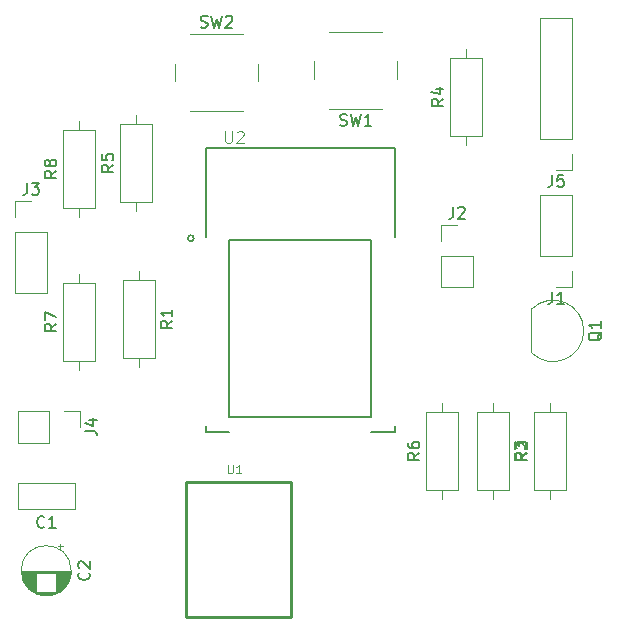
<source format=gbr>
G04 #@! TF.GenerationSoftware,KiCad,Pcbnew,(5.0.1-3-g963ef8bb5)*
G04 #@! TF.CreationDate,2020-03-03T22:19:26-05:00*
G04 #@! TF.ProjectId,NeuMaE,4E65754D61452E6B696361645F706362,rev?*
G04 #@! TF.SameCoordinates,Original*
G04 #@! TF.FileFunction,Legend,Top*
G04 #@! TF.FilePolarity,Positive*
%FSLAX46Y46*%
G04 Gerber Fmt 4.6, Leading zero omitted, Abs format (unit mm)*
G04 Created by KiCad (PCBNEW (5.0.1-3-g963ef8bb5)) date Tuesday, 03 March 2020 at 22:19:26*
%MOMM*%
%LPD*%
G01*
G04 APERTURE LIST*
%ADD10C,0.254000*%
%ADD11C,0.120000*%
%ADD12C,0.127000*%
%ADD13C,0.015000*%
%ADD14C,0.150000*%
G04 APERTURE END LIST*
D10*
G04 #@! TO.C,U1*
X67437000Y-53975000D02*
X67437000Y-65405000D01*
X67437000Y-65405000D02*
X58547000Y-65405000D01*
X58547000Y-65405000D02*
X58547000Y-53975000D01*
X58547000Y-53975000D02*
X67437000Y-53975000D01*
D11*
G04 #@! TO.C,SW1*
X69450000Y-18336000D02*
X69450000Y-19836000D01*
X70700000Y-22336000D02*
X75200000Y-22336000D01*
X76450000Y-19836000D02*
X76450000Y-18336000D01*
X75200000Y-15836000D02*
X70700000Y-15836000D01*
G04 #@! TO.C,C1*
X49176000Y-56238000D02*
X44336000Y-56238000D01*
X49176000Y-53998000D02*
X44336000Y-53998000D01*
X49176000Y-56238000D02*
X49176000Y-53998000D01*
X44336000Y-56238000D02*
X44336000Y-53998000D01*
G04 #@! TO.C,C2*
X48856000Y-61452000D02*
G75*
G03X48856000Y-61452000I-2120000J0D01*
G01*
X48816000Y-61452000D02*
X44656000Y-61452000D01*
X48816000Y-61492000D02*
X44656000Y-61492000D01*
X48815000Y-61532000D02*
X44657000Y-61532000D01*
X48813000Y-61572000D02*
X44659000Y-61572000D01*
X48810000Y-61612000D02*
X44662000Y-61612000D01*
X48807000Y-61652000D02*
X47576000Y-61652000D01*
X45896000Y-61652000D02*
X44665000Y-61652000D01*
X48803000Y-61692000D02*
X47576000Y-61692000D01*
X45896000Y-61692000D02*
X44669000Y-61692000D01*
X48798000Y-61732000D02*
X47576000Y-61732000D01*
X45896000Y-61732000D02*
X44674000Y-61732000D01*
X48792000Y-61772000D02*
X47576000Y-61772000D01*
X45896000Y-61772000D02*
X44680000Y-61772000D01*
X48786000Y-61812000D02*
X47576000Y-61812000D01*
X45896000Y-61812000D02*
X44686000Y-61812000D01*
X48778000Y-61852000D02*
X47576000Y-61852000D01*
X45896000Y-61852000D02*
X44694000Y-61852000D01*
X48770000Y-61892000D02*
X47576000Y-61892000D01*
X45896000Y-61892000D02*
X44702000Y-61892000D01*
X48761000Y-61932000D02*
X47576000Y-61932000D01*
X45896000Y-61932000D02*
X44711000Y-61932000D01*
X48752000Y-61972000D02*
X47576000Y-61972000D01*
X45896000Y-61972000D02*
X44720000Y-61972000D01*
X48741000Y-62012000D02*
X47576000Y-62012000D01*
X45896000Y-62012000D02*
X44731000Y-62012000D01*
X48730000Y-62052000D02*
X47576000Y-62052000D01*
X45896000Y-62052000D02*
X44742000Y-62052000D01*
X48718000Y-62092000D02*
X47576000Y-62092000D01*
X45896000Y-62092000D02*
X44754000Y-62092000D01*
X48704000Y-62132000D02*
X47576000Y-62132000D01*
X45896000Y-62132000D02*
X44768000Y-62132000D01*
X48690000Y-62173000D02*
X47576000Y-62173000D01*
X45896000Y-62173000D02*
X44782000Y-62173000D01*
X48676000Y-62213000D02*
X47576000Y-62213000D01*
X45896000Y-62213000D02*
X44796000Y-62213000D01*
X48660000Y-62253000D02*
X47576000Y-62253000D01*
X45896000Y-62253000D02*
X44812000Y-62253000D01*
X48643000Y-62293000D02*
X47576000Y-62293000D01*
X45896000Y-62293000D02*
X44829000Y-62293000D01*
X48625000Y-62333000D02*
X47576000Y-62333000D01*
X45896000Y-62333000D02*
X44847000Y-62333000D01*
X48606000Y-62373000D02*
X47576000Y-62373000D01*
X45896000Y-62373000D02*
X44866000Y-62373000D01*
X48587000Y-62413000D02*
X47576000Y-62413000D01*
X45896000Y-62413000D02*
X44885000Y-62413000D01*
X48566000Y-62453000D02*
X47576000Y-62453000D01*
X45896000Y-62453000D02*
X44906000Y-62453000D01*
X48544000Y-62493000D02*
X47576000Y-62493000D01*
X45896000Y-62493000D02*
X44928000Y-62493000D01*
X48521000Y-62533000D02*
X47576000Y-62533000D01*
X45896000Y-62533000D02*
X44951000Y-62533000D01*
X48496000Y-62573000D02*
X47576000Y-62573000D01*
X45896000Y-62573000D02*
X44976000Y-62573000D01*
X48471000Y-62613000D02*
X47576000Y-62613000D01*
X45896000Y-62613000D02*
X45001000Y-62613000D01*
X48444000Y-62653000D02*
X47576000Y-62653000D01*
X45896000Y-62653000D02*
X45028000Y-62653000D01*
X48416000Y-62693000D02*
X47576000Y-62693000D01*
X45896000Y-62693000D02*
X45056000Y-62693000D01*
X48386000Y-62733000D02*
X47576000Y-62733000D01*
X45896000Y-62733000D02*
X45086000Y-62733000D01*
X48355000Y-62773000D02*
X47576000Y-62773000D01*
X45896000Y-62773000D02*
X45117000Y-62773000D01*
X48323000Y-62813000D02*
X47576000Y-62813000D01*
X45896000Y-62813000D02*
X45149000Y-62813000D01*
X48288000Y-62853000D02*
X47576000Y-62853000D01*
X45896000Y-62853000D02*
X45184000Y-62853000D01*
X48252000Y-62893000D02*
X47576000Y-62893000D01*
X45896000Y-62893000D02*
X45220000Y-62893000D01*
X48214000Y-62933000D02*
X47576000Y-62933000D01*
X45896000Y-62933000D02*
X45258000Y-62933000D01*
X48174000Y-62973000D02*
X47576000Y-62973000D01*
X45896000Y-62973000D02*
X45298000Y-62973000D01*
X48132000Y-63013000D02*
X47576000Y-63013000D01*
X45896000Y-63013000D02*
X45340000Y-63013000D01*
X48087000Y-63053000D02*
X47576000Y-63053000D01*
X45896000Y-63053000D02*
X45385000Y-63053000D01*
X48040000Y-63093000D02*
X47576000Y-63093000D01*
X45896000Y-63093000D02*
X45432000Y-63093000D01*
X47990000Y-63133000D02*
X47576000Y-63133000D01*
X45896000Y-63133000D02*
X45482000Y-63133000D01*
X47936000Y-63173000D02*
X47576000Y-63173000D01*
X45896000Y-63173000D02*
X45536000Y-63173000D01*
X47878000Y-63213000D02*
X47576000Y-63213000D01*
X45896000Y-63213000D02*
X45594000Y-63213000D01*
X47816000Y-63253000D02*
X47576000Y-63253000D01*
X45896000Y-63253000D02*
X45656000Y-63253000D01*
X47749000Y-63293000D02*
X45723000Y-63293000D01*
X47676000Y-63333000D02*
X45796000Y-63333000D01*
X47595000Y-63373000D02*
X45877000Y-63373000D01*
X47504000Y-63413000D02*
X45968000Y-63413000D01*
X47400000Y-63453000D02*
X46072000Y-63453000D01*
X47273000Y-63493000D02*
X46199000Y-63493000D01*
X47106000Y-63533000D02*
X46366000Y-63533000D01*
X47931000Y-59182199D02*
X47931000Y-59582199D01*
X48131000Y-59382199D02*
X47731000Y-59382199D01*
G04 #@! TO.C,J1*
X91246000Y-29658000D02*
X88586000Y-29658000D01*
X91246000Y-34798000D02*
X91246000Y-29658000D01*
X88586000Y-34798000D02*
X88586000Y-29658000D01*
X91246000Y-34798000D02*
X88586000Y-34798000D01*
X91246000Y-36068000D02*
X91246000Y-37398000D01*
X91246000Y-37398000D02*
X89916000Y-37398000D01*
G04 #@! TO.C,J2*
X80204000Y-37398000D02*
X82864000Y-37398000D01*
X80204000Y-34798000D02*
X80204000Y-37398000D01*
X82864000Y-34798000D02*
X82864000Y-37398000D01*
X80204000Y-34798000D02*
X82864000Y-34798000D01*
X80204000Y-33528000D02*
X80204000Y-32198000D01*
X80204000Y-32198000D02*
X81534000Y-32198000D01*
G04 #@! TO.C,J3*
X44136000Y-30166000D02*
X45466000Y-30166000D01*
X44136000Y-31496000D02*
X44136000Y-30166000D01*
X44136000Y-32766000D02*
X46796000Y-32766000D01*
X46796000Y-32766000D02*
X46796000Y-37906000D01*
X44136000Y-32766000D02*
X44136000Y-37906000D01*
X44136000Y-37906000D02*
X46796000Y-37906000D01*
G04 #@! TO.C,J4*
X49590000Y-47946000D02*
X49590000Y-49276000D01*
X48260000Y-47946000D02*
X49590000Y-47946000D01*
X46990000Y-47946000D02*
X46990000Y-50606000D01*
X46990000Y-50606000D02*
X44390000Y-50606000D01*
X46990000Y-47946000D02*
X44390000Y-47946000D01*
X44390000Y-47946000D02*
X44390000Y-50606000D01*
G04 #@! TO.C,Q1*
X87812000Y-39348000D02*
X87812000Y-42948000D01*
X87823522Y-39309522D02*
G75*
G02X92262000Y-41148000I1838478J-1838478D01*
G01*
X87823522Y-42986478D02*
G75*
G03X92262000Y-41148000I1838478J1838478D01*
G01*
G04 #@! TO.C,R1*
X55980000Y-36862000D02*
X53240000Y-36862000D01*
X53240000Y-36862000D02*
X53240000Y-43402000D01*
X53240000Y-43402000D02*
X55980000Y-43402000D01*
X55980000Y-43402000D02*
X55980000Y-36862000D01*
X54610000Y-36092000D02*
X54610000Y-36862000D01*
X54610000Y-44172000D02*
X54610000Y-43402000D01*
G04 #@! TO.C,R2*
X89408000Y-47268000D02*
X89408000Y-48038000D01*
X89408000Y-55348000D02*
X89408000Y-54578000D01*
X88038000Y-48038000D02*
X88038000Y-54578000D01*
X90778000Y-48038000D02*
X88038000Y-48038000D01*
X90778000Y-54578000D02*
X90778000Y-48038000D01*
X88038000Y-54578000D02*
X90778000Y-54578000D01*
G04 #@! TO.C,R3*
X85952000Y-48038000D02*
X83212000Y-48038000D01*
X83212000Y-48038000D02*
X83212000Y-54578000D01*
X83212000Y-54578000D02*
X85952000Y-54578000D01*
X85952000Y-54578000D02*
X85952000Y-48038000D01*
X84582000Y-47268000D02*
X84582000Y-48038000D01*
X84582000Y-55348000D02*
X84582000Y-54578000D01*
G04 #@! TO.C,R4*
X82296000Y-17296000D02*
X82296000Y-18066000D01*
X82296000Y-25376000D02*
X82296000Y-24606000D01*
X80926000Y-18066000D02*
X80926000Y-24606000D01*
X83666000Y-18066000D02*
X80926000Y-18066000D01*
X83666000Y-24606000D02*
X83666000Y-18066000D01*
X80926000Y-24606000D02*
X83666000Y-24606000D01*
G04 #@! TO.C,R5*
X52986000Y-30194000D02*
X55726000Y-30194000D01*
X55726000Y-30194000D02*
X55726000Y-23654000D01*
X55726000Y-23654000D02*
X52986000Y-23654000D01*
X52986000Y-23654000D02*
X52986000Y-30194000D01*
X54356000Y-30964000D02*
X54356000Y-30194000D01*
X54356000Y-22884000D02*
X54356000Y-23654000D01*
G04 #@! TO.C,R6*
X80264000Y-47268000D02*
X80264000Y-48038000D01*
X80264000Y-55348000D02*
X80264000Y-54578000D01*
X78894000Y-48038000D02*
X78894000Y-54578000D01*
X81634000Y-48038000D02*
X78894000Y-48038000D01*
X81634000Y-54578000D02*
X81634000Y-48038000D01*
X78894000Y-54578000D02*
X81634000Y-54578000D01*
G04 #@! TO.C,SW2*
X58912000Y-22518000D02*
X63412000Y-22518000D01*
X57662000Y-18518000D02*
X57662000Y-20018000D01*
X63412000Y-16018000D02*
X58912000Y-16018000D01*
X64662000Y-20018000D02*
X64662000Y-18518000D01*
D12*
G04 #@! TO.C,U2*
X59237501Y-33300001D02*
G75*
G03X59237501Y-33300001I-250000J0D01*
G01*
X76237501Y-49675001D02*
X74237501Y-49675001D01*
X76237501Y-49175001D02*
X76237501Y-49675001D01*
X60237501Y-49675001D02*
X62237501Y-49675001D01*
X60237501Y-49175001D02*
X60237501Y-49675001D01*
X76237501Y-25675001D02*
X76237501Y-33175001D01*
X60237501Y-25675001D02*
X76237501Y-25675001D01*
X60237501Y-33175001D02*
X60237501Y-25675001D01*
X62237501Y-48435001D02*
X62237501Y-33435001D01*
X74237501Y-48435001D02*
X62237501Y-48435001D01*
X74237501Y-33435001D02*
X74237501Y-48435001D01*
X62237501Y-33435001D02*
X74237501Y-33435001D01*
D11*
G04 #@! TO.C,R7*
X48160000Y-43656000D02*
X50900000Y-43656000D01*
X50900000Y-43656000D02*
X50900000Y-37116000D01*
X50900000Y-37116000D02*
X48160000Y-37116000D01*
X48160000Y-37116000D02*
X48160000Y-43656000D01*
X49530000Y-44426000D02*
X49530000Y-43656000D01*
X49530000Y-36346000D02*
X49530000Y-37116000D01*
G04 #@! TO.C,R8*
X49530000Y-23392000D02*
X49530000Y-24162000D01*
X49530000Y-31472000D02*
X49530000Y-30702000D01*
X48160000Y-24162000D02*
X48160000Y-30702000D01*
X50900000Y-24162000D02*
X48160000Y-24162000D01*
X50900000Y-30702000D02*
X50900000Y-24162000D01*
X48160000Y-30702000D02*
X50900000Y-30702000D01*
G04 #@! TO.C,J5*
X91246000Y-14672000D02*
X88586000Y-14672000D01*
X91246000Y-24892000D02*
X91246000Y-14672000D01*
X88586000Y-24892000D02*
X88586000Y-14672000D01*
X91246000Y-24892000D02*
X88586000Y-24892000D01*
X91246000Y-26162000D02*
X91246000Y-27492000D01*
X91246000Y-27492000D02*
X89916000Y-27492000D01*
G04 #@! TO.C,U1*
D13*
X62139003Y-52507588D02*
X62139003Y-53074616D01*
X62172358Y-53141325D01*
X62205713Y-53174679D01*
X62272422Y-53208034D01*
X62405840Y-53208034D01*
X62472549Y-53174679D01*
X62505904Y-53141325D01*
X62539258Y-53074616D01*
X62539258Y-52507588D01*
X63239704Y-53208034D02*
X62839449Y-53208034D01*
X63039577Y-53208034D02*
X63039577Y-52507588D01*
X62972868Y-52607652D01*
X62906159Y-52674361D01*
X62839449Y-52707715D01*
G04 #@! TO.C,SW1*
D14*
X71616666Y-23740761D02*
X71759523Y-23788380D01*
X71997619Y-23788380D01*
X72092857Y-23740761D01*
X72140476Y-23693142D01*
X72188095Y-23597904D01*
X72188095Y-23502666D01*
X72140476Y-23407428D01*
X72092857Y-23359809D01*
X71997619Y-23312190D01*
X71807142Y-23264571D01*
X71711904Y-23216952D01*
X71664285Y-23169333D01*
X71616666Y-23074095D01*
X71616666Y-22978857D01*
X71664285Y-22883619D01*
X71711904Y-22836000D01*
X71807142Y-22788380D01*
X72045238Y-22788380D01*
X72188095Y-22836000D01*
X72521428Y-22788380D02*
X72759523Y-23788380D01*
X72950000Y-23074095D01*
X73140476Y-23788380D01*
X73378571Y-22788380D01*
X74283333Y-23788380D02*
X73711904Y-23788380D01*
X73997619Y-23788380D02*
X73997619Y-22788380D01*
X73902380Y-22931238D01*
X73807142Y-23026476D01*
X73711904Y-23074095D01*
G04 #@! TO.C,C1*
X46589333Y-57725142D02*
X46541714Y-57772761D01*
X46398857Y-57820380D01*
X46303619Y-57820380D01*
X46160761Y-57772761D01*
X46065523Y-57677523D01*
X46017904Y-57582285D01*
X45970285Y-57391809D01*
X45970285Y-57248952D01*
X46017904Y-57058476D01*
X46065523Y-56963238D01*
X46160761Y-56868000D01*
X46303619Y-56820380D01*
X46398857Y-56820380D01*
X46541714Y-56868000D01*
X46589333Y-56915619D01*
X47541714Y-57820380D02*
X46970285Y-57820380D01*
X47256000Y-57820380D02*
X47256000Y-56820380D01*
X47160761Y-56963238D01*
X47065523Y-57058476D01*
X46970285Y-57106095D01*
G04 #@! TO.C,C2*
X50343142Y-61618666D02*
X50390761Y-61666285D01*
X50438380Y-61809142D01*
X50438380Y-61904380D01*
X50390761Y-62047238D01*
X50295523Y-62142476D01*
X50200285Y-62190095D01*
X50009809Y-62237714D01*
X49866952Y-62237714D01*
X49676476Y-62190095D01*
X49581238Y-62142476D01*
X49486000Y-62047238D01*
X49438380Y-61904380D01*
X49438380Y-61809142D01*
X49486000Y-61666285D01*
X49533619Y-61618666D01*
X49533619Y-61237714D02*
X49486000Y-61190095D01*
X49438380Y-61094857D01*
X49438380Y-60856761D01*
X49486000Y-60761523D01*
X49533619Y-60713904D01*
X49628857Y-60666285D01*
X49724095Y-60666285D01*
X49866952Y-60713904D01*
X50438380Y-61285333D01*
X50438380Y-60666285D01*
G04 #@! TO.C,J1*
X89582666Y-37850380D02*
X89582666Y-38564666D01*
X89535047Y-38707523D01*
X89439809Y-38802761D01*
X89296952Y-38850380D01*
X89201714Y-38850380D01*
X90582666Y-38850380D02*
X90011238Y-38850380D01*
X90296952Y-38850380D02*
X90296952Y-37850380D01*
X90201714Y-37993238D01*
X90106476Y-38088476D01*
X90011238Y-38136095D01*
G04 #@! TO.C,J2*
X81200666Y-30650380D02*
X81200666Y-31364666D01*
X81153047Y-31507523D01*
X81057809Y-31602761D01*
X80914952Y-31650380D01*
X80819714Y-31650380D01*
X81629238Y-30745619D02*
X81676857Y-30698000D01*
X81772095Y-30650380D01*
X82010190Y-30650380D01*
X82105428Y-30698000D01*
X82153047Y-30745619D01*
X82200666Y-30840857D01*
X82200666Y-30936095D01*
X82153047Y-31078952D01*
X81581619Y-31650380D01*
X82200666Y-31650380D01*
G04 #@! TO.C,J3*
X45132666Y-28618380D02*
X45132666Y-29332666D01*
X45085047Y-29475523D01*
X44989809Y-29570761D01*
X44846952Y-29618380D01*
X44751714Y-29618380D01*
X45513619Y-28618380D02*
X46132666Y-28618380D01*
X45799333Y-28999333D01*
X45942190Y-28999333D01*
X46037428Y-29046952D01*
X46085047Y-29094571D01*
X46132666Y-29189809D01*
X46132666Y-29427904D01*
X46085047Y-29523142D01*
X46037428Y-29570761D01*
X45942190Y-29618380D01*
X45656476Y-29618380D01*
X45561238Y-29570761D01*
X45513619Y-29523142D01*
G04 #@! TO.C,J4*
X50042380Y-49609333D02*
X50756666Y-49609333D01*
X50899523Y-49656952D01*
X50994761Y-49752190D01*
X51042380Y-49895047D01*
X51042380Y-49990285D01*
X50375714Y-48704571D02*
X51042380Y-48704571D01*
X49994761Y-48942666D02*
X50709047Y-49180761D01*
X50709047Y-48561714D01*
G04 #@! TO.C,Q1*
X93769619Y-41243238D02*
X93722000Y-41338476D01*
X93626761Y-41433714D01*
X93483904Y-41576571D01*
X93436285Y-41671809D01*
X93436285Y-41767047D01*
X93674380Y-41719428D02*
X93626761Y-41814666D01*
X93531523Y-41909904D01*
X93341047Y-41957523D01*
X93007714Y-41957523D01*
X92817238Y-41909904D01*
X92722000Y-41814666D01*
X92674380Y-41719428D01*
X92674380Y-41528952D01*
X92722000Y-41433714D01*
X92817238Y-41338476D01*
X93007714Y-41290857D01*
X93341047Y-41290857D01*
X93531523Y-41338476D01*
X93626761Y-41433714D01*
X93674380Y-41528952D01*
X93674380Y-41719428D01*
X93674380Y-40338476D02*
X93674380Y-40909904D01*
X93674380Y-40624190D02*
X92674380Y-40624190D01*
X92817238Y-40719428D01*
X92912476Y-40814666D01*
X92960095Y-40909904D01*
G04 #@! TO.C,R1*
X57432380Y-40298666D02*
X56956190Y-40632000D01*
X57432380Y-40870095D02*
X56432380Y-40870095D01*
X56432380Y-40489142D01*
X56480000Y-40393904D01*
X56527619Y-40346285D01*
X56622857Y-40298666D01*
X56765714Y-40298666D01*
X56860952Y-40346285D01*
X56908571Y-40393904D01*
X56956190Y-40489142D01*
X56956190Y-40870095D01*
X57432380Y-39346285D02*
X57432380Y-39917714D01*
X57432380Y-39632000D02*
X56432380Y-39632000D01*
X56575238Y-39727238D01*
X56670476Y-39822476D01*
X56718095Y-39917714D01*
G04 #@! TO.C,R2*
X87490380Y-51474666D02*
X87014190Y-51808000D01*
X87490380Y-52046095D02*
X86490380Y-52046095D01*
X86490380Y-51665142D01*
X86538000Y-51569904D01*
X86585619Y-51522285D01*
X86680857Y-51474666D01*
X86823714Y-51474666D01*
X86918952Y-51522285D01*
X86966571Y-51569904D01*
X87014190Y-51665142D01*
X87014190Y-52046095D01*
X86585619Y-51093714D02*
X86538000Y-51046095D01*
X86490380Y-50950857D01*
X86490380Y-50712761D01*
X86538000Y-50617523D01*
X86585619Y-50569904D01*
X86680857Y-50522285D01*
X86776095Y-50522285D01*
X86918952Y-50569904D01*
X87490380Y-51141333D01*
X87490380Y-50522285D01*
G04 #@! TO.C,R3*
X87404380Y-51474666D02*
X86928190Y-51808000D01*
X87404380Y-52046095D02*
X86404380Y-52046095D01*
X86404380Y-51665142D01*
X86452000Y-51569904D01*
X86499619Y-51522285D01*
X86594857Y-51474666D01*
X86737714Y-51474666D01*
X86832952Y-51522285D01*
X86880571Y-51569904D01*
X86928190Y-51665142D01*
X86928190Y-52046095D01*
X86404380Y-51141333D02*
X86404380Y-50522285D01*
X86785333Y-50855619D01*
X86785333Y-50712761D01*
X86832952Y-50617523D01*
X86880571Y-50569904D01*
X86975809Y-50522285D01*
X87213904Y-50522285D01*
X87309142Y-50569904D01*
X87356761Y-50617523D01*
X87404380Y-50712761D01*
X87404380Y-50998476D01*
X87356761Y-51093714D01*
X87309142Y-51141333D01*
G04 #@! TO.C,R4*
X80378380Y-21502666D02*
X79902190Y-21836000D01*
X80378380Y-22074095D02*
X79378380Y-22074095D01*
X79378380Y-21693142D01*
X79426000Y-21597904D01*
X79473619Y-21550285D01*
X79568857Y-21502666D01*
X79711714Y-21502666D01*
X79806952Y-21550285D01*
X79854571Y-21597904D01*
X79902190Y-21693142D01*
X79902190Y-22074095D01*
X79711714Y-20645523D02*
X80378380Y-20645523D01*
X79330761Y-20883619D02*
X80045047Y-21121714D01*
X80045047Y-20502666D01*
G04 #@! TO.C,R5*
X52438380Y-27090666D02*
X51962190Y-27424000D01*
X52438380Y-27662095D02*
X51438380Y-27662095D01*
X51438380Y-27281142D01*
X51486000Y-27185904D01*
X51533619Y-27138285D01*
X51628857Y-27090666D01*
X51771714Y-27090666D01*
X51866952Y-27138285D01*
X51914571Y-27185904D01*
X51962190Y-27281142D01*
X51962190Y-27662095D01*
X51438380Y-26185904D02*
X51438380Y-26662095D01*
X51914571Y-26709714D01*
X51866952Y-26662095D01*
X51819333Y-26566857D01*
X51819333Y-26328761D01*
X51866952Y-26233523D01*
X51914571Y-26185904D01*
X52009809Y-26138285D01*
X52247904Y-26138285D01*
X52343142Y-26185904D01*
X52390761Y-26233523D01*
X52438380Y-26328761D01*
X52438380Y-26566857D01*
X52390761Y-26662095D01*
X52343142Y-26709714D01*
G04 #@! TO.C,R6*
X78346380Y-51474666D02*
X77870190Y-51808000D01*
X78346380Y-52046095D02*
X77346380Y-52046095D01*
X77346380Y-51665142D01*
X77394000Y-51569904D01*
X77441619Y-51522285D01*
X77536857Y-51474666D01*
X77679714Y-51474666D01*
X77774952Y-51522285D01*
X77822571Y-51569904D01*
X77870190Y-51665142D01*
X77870190Y-52046095D01*
X77346380Y-50617523D02*
X77346380Y-50808000D01*
X77394000Y-50903238D01*
X77441619Y-50950857D01*
X77584476Y-51046095D01*
X77774952Y-51093714D01*
X78155904Y-51093714D01*
X78251142Y-51046095D01*
X78298761Y-50998476D01*
X78346380Y-50903238D01*
X78346380Y-50712761D01*
X78298761Y-50617523D01*
X78251142Y-50569904D01*
X78155904Y-50522285D01*
X77917809Y-50522285D01*
X77822571Y-50569904D01*
X77774952Y-50617523D01*
X77727333Y-50712761D01*
X77727333Y-50903238D01*
X77774952Y-50998476D01*
X77822571Y-51046095D01*
X77917809Y-51093714D01*
G04 #@! TO.C,SW2*
X59828666Y-15422761D02*
X59971523Y-15470380D01*
X60209619Y-15470380D01*
X60304857Y-15422761D01*
X60352476Y-15375142D01*
X60400095Y-15279904D01*
X60400095Y-15184666D01*
X60352476Y-15089428D01*
X60304857Y-15041809D01*
X60209619Y-14994190D01*
X60019142Y-14946571D01*
X59923904Y-14898952D01*
X59876285Y-14851333D01*
X59828666Y-14756095D01*
X59828666Y-14660857D01*
X59876285Y-14565619D01*
X59923904Y-14518000D01*
X60019142Y-14470380D01*
X60257238Y-14470380D01*
X60400095Y-14518000D01*
X60733428Y-14470380D02*
X60971523Y-15470380D01*
X61162000Y-14756095D01*
X61352476Y-15470380D01*
X61590571Y-14470380D01*
X61923904Y-14565619D02*
X61971523Y-14518000D01*
X62066761Y-14470380D01*
X62304857Y-14470380D01*
X62400095Y-14518000D01*
X62447714Y-14565619D01*
X62495333Y-14660857D01*
X62495333Y-14756095D01*
X62447714Y-14898952D01*
X61876285Y-15470380D01*
X62495333Y-15470380D01*
G04 #@! TO.C,U2*
D13*
X61895718Y-24229369D02*
X61895718Y-25039517D01*
X61943373Y-25134829D01*
X61991029Y-25182485D01*
X62086341Y-25230141D01*
X62276964Y-25230141D01*
X62372276Y-25182485D01*
X62419931Y-25134829D01*
X62467587Y-25039517D01*
X62467587Y-24229369D01*
X62896490Y-24324680D02*
X62944145Y-24277025D01*
X63039457Y-24229369D01*
X63277736Y-24229369D01*
X63373048Y-24277025D01*
X63420703Y-24324680D01*
X63468359Y-24419992D01*
X63468359Y-24515304D01*
X63420703Y-24658271D01*
X62848834Y-25230141D01*
X63468359Y-25230141D01*
G04 #@! TO.C,R7*
D14*
X47612380Y-40552666D02*
X47136190Y-40886000D01*
X47612380Y-41124095D02*
X46612380Y-41124095D01*
X46612380Y-40743142D01*
X46660000Y-40647904D01*
X46707619Y-40600285D01*
X46802857Y-40552666D01*
X46945714Y-40552666D01*
X47040952Y-40600285D01*
X47088571Y-40647904D01*
X47136190Y-40743142D01*
X47136190Y-41124095D01*
X46612380Y-40219333D02*
X46612380Y-39552666D01*
X47612380Y-39981238D01*
G04 #@! TO.C,R8*
X47612380Y-27598666D02*
X47136190Y-27932000D01*
X47612380Y-28170095D02*
X46612380Y-28170095D01*
X46612380Y-27789142D01*
X46660000Y-27693904D01*
X46707619Y-27646285D01*
X46802857Y-27598666D01*
X46945714Y-27598666D01*
X47040952Y-27646285D01*
X47088571Y-27693904D01*
X47136190Y-27789142D01*
X47136190Y-28170095D01*
X47040952Y-27027238D02*
X46993333Y-27122476D01*
X46945714Y-27170095D01*
X46850476Y-27217714D01*
X46802857Y-27217714D01*
X46707619Y-27170095D01*
X46660000Y-27122476D01*
X46612380Y-27027238D01*
X46612380Y-26836761D01*
X46660000Y-26741523D01*
X46707619Y-26693904D01*
X46802857Y-26646285D01*
X46850476Y-26646285D01*
X46945714Y-26693904D01*
X46993333Y-26741523D01*
X47040952Y-26836761D01*
X47040952Y-27027238D01*
X47088571Y-27122476D01*
X47136190Y-27170095D01*
X47231428Y-27217714D01*
X47421904Y-27217714D01*
X47517142Y-27170095D01*
X47564761Y-27122476D01*
X47612380Y-27027238D01*
X47612380Y-26836761D01*
X47564761Y-26741523D01*
X47517142Y-26693904D01*
X47421904Y-26646285D01*
X47231428Y-26646285D01*
X47136190Y-26693904D01*
X47088571Y-26741523D01*
X47040952Y-26836761D01*
G04 #@! TO.C,J5*
X89582666Y-27944380D02*
X89582666Y-28658666D01*
X89535047Y-28801523D01*
X89439809Y-28896761D01*
X89296952Y-28944380D01*
X89201714Y-28944380D01*
X90535047Y-27944380D02*
X90058857Y-27944380D01*
X90011238Y-28420571D01*
X90058857Y-28372952D01*
X90154095Y-28325333D01*
X90392190Y-28325333D01*
X90487428Y-28372952D01*
X90535047Y-28420571D01*
X90582666Y-28515809D01*
X90582666Y-28753904D01*
X90535047Y-28849142D01*
X90487428Y-28896761D01*
X90392190Y-28944380D01*
X90154095Y-28944380D01*
X90058857Y-28896761D01*
X90011238Y-28849142D01*
G04 #@! TD*
M02*

</source>
